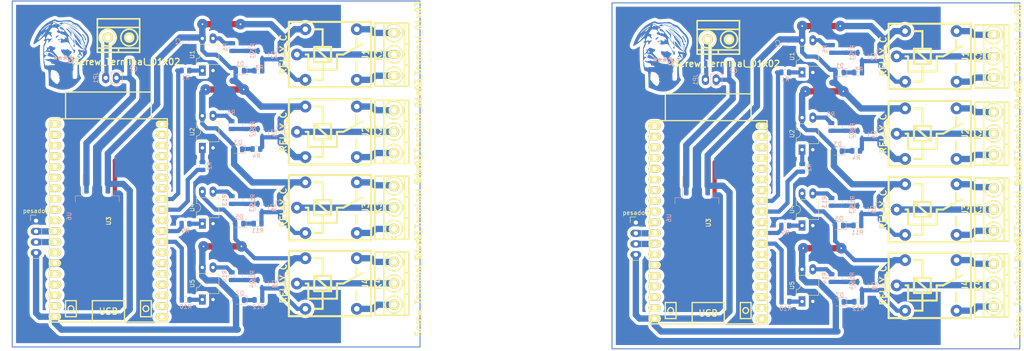
<source format=kicad_pcb>
(kicad_pcb (version 20241229) (generator "pcbnew") (generator_version "9.0")
  (layers (0 "F.Cu" signal) (2 "B.Cu" signal) (13 "F.Paste" user) (15 "B.Paste" user) (5 "F.SilkS" user "F.Silkscreen") (7 "B.SilkS" user "B.Silkscreen") (1 "F.Mask" user) (3 "B.Mask" user) (25 "Edge.Cuts" user))
  (net 0 "")
  (net 1 "+5V")
  (net 2 "Net-(D2-A)")
  (net 3 "GND")
  (net 4 "Net-(D4-A)")
  (net 5 "Net-(D6-A)")
  (net 6 "Net-(D8-A)")
  (net 7 "/COM2")
  (net 8 "/NC2")
  (net 9 "/NO2")
  (net 10 "/COM1")
  (net 11 "/NC1")
  (net 12 "/NO1")
  (net 13 "/COM4")
  (net 14 "/NC4")
  (net 15 "/NO4")
  (net 16 "/COM3")
  (net 17 "/NC3")
  (net 18 "/NO3")
  (net 19 "VCC")
  (net 20 "Net-(Q1-G)")
  (net 21 "Net-(Q2-G)")
  (net 22 "Net-(Q3-G)")
  (net 23 "Net-(Q4-G)")
  (net 24 "/IN2")
  (net 25 "Net-(R1-Pad2)")
  (net 26 "/IN1")
  (net 27 "/IN4")
  (net 28 "/IN3")
  (net 54 "Net-(R5-Pad1)")
  (net 57 "/S2")
  (net 58 "/S1")
  (net 59 "Net-(J5-Pin_1)")
  (net 60 "Net-(D1-K)")
  (net 61 "Net-(D3-K)")
  (net 62 "Net-(D5-K)")
  (net 63 "Net-(D7-K)")
  (net 64 "Net-(R9-Pad2)")
  (net 67 "Net-(R2-Pad2)")
  (net 68 "Net-(R6-Pad1)")
  (net 69 "Net-(R10-Pad2)")
  (net 70 "Net-(R13-Pad1)")
  (net 71 "Net-(R14-Pad1)")
  (footprint "EESTN5:DIP-4_PC817" (layer "F.Cu") (at 66.96 76.00125 90)
    (property "Reference" "U1")
    (property "Value" "PC817" (hide yes))
  )
  (footprint "EESTN5:DIP-4_PC817" (layer "F.Cu") (at 209.14 94.792 90)
    (property "Reference" "U2")
    (property "Value" "PC817" (hide yes))
  )
  (footprint "EESTN5:BORNERA3_AZUL" (layer "F.Cu") (at 254.55625 90.93875 90)
    (property "Reference" "J2")
    (property "Value" "Screw_Terminal_01x03")
  )
  (footprint "EESTN5:DIP-4_PC817" (layer "F.Cu") (at 66.96 112.36 90)
    (property "Reference" "U4")
    (property "Value" "PC817" (hide yes))
  )
  (footprint "EESTN5:Relay_C" (layer "F.Cu") (at 239.66 72.64125 90)
    (property "Reference" "K1")
    (property "Value" "RELAY_C")
  )
  (footprint "EESTN5:Relay_C" (layer "F.Cu") (at 97.48 90.552 90)
    (property "Reference" "K2")
    (property "Value" "RELAY_C")
  )
  (footprint "EESTN5:Relay_C" (layer "F.Cu") (at 97.48 72.20125 90)
    (property "Reference" "K1")
    (property "Value" "RELAY_C")
  )
  (footprint "EESTN5:BORNERA3_AZUL" (layer "F.Cu") (at 112.37625 126.51475 90)
    (property "Reference" "J4")
    (property "Value" "Screw_Terminal_01x03")
  )
  (footprint "EESTN5:DIP-4_PC817" (layer "F.Cu") (at 66.96 130.368 90)
    (property "Reference" "U5")
    (property "Value" "PC817" (hide yes))
  )
  (footprint "EESTN5:BORNERA3_AZUL" (layer "F.Cu") (at 254.55625 108.94675 90)
    (property "Reference" "J3")
    (property "Value" "Screw_Terminal_01x03")
  )
  (footprint "EESTN5:Relay_C" (layer "F.Cu") (at 239.66 109 90)
    (property "Reference" "K3")
    (property "Value" "RELAY_C")
  )
  (footprint "EESTN5:ESP32_DEVKITC" (layer "F.Cu") (at 186.88 112.02 -90)
    (property "Reference" "U3")
    (property "Value" "ESP32_DEVKITC" (hide yes))
  )
  (footprint "EESTN5:BORNERA3_AZUL" (layer "F.Cu") (at 254.55625 126.95475 90)
    (property "Reference" "J4")
    (property "Value" "Screw_Terminal_01x03")
  )
  (footprint "EESTN5:Relay_C" (layer "F.Cu") (at 97.48 126.568 90)
    (property "Reference" "K4")
    (property "Value" "RELAY_C")
  )
  (footprint "EESTN5:Relay_C" (layer "F.Cu") (at 239.66 90.992 90)
    (property "Reference" "K2")
    (property "Value" "RELAY_C")
  )
  (footprint "EESTN5:BORNERA3_AZUL" (layer "F.Cu") (at 112.37625 108.50675 90)
    (property "Reference" "J3")
    (property "Value" "Screw_Terminal_01x03")
  )
  (footprint "EESTN5:BORNERA2_AZUL" (layer "F.Cu") (at 47.09 68.17)
    (property "Reference" "J5" (hide yes))
    (property "Value" "Screw_Terminal_01x02")
  )
  (footprint "EESTN5:Relay_C" (layer "F.Cu") (at 97.48 108.56 90)
    (property "Reference" "K3")
    (property "Value" "RELAY_C")
  )
  (footprint "EESTN5:DIP-4_PC817" (layer "F.Cu") (at 66.96 94.352 90)
    (property "Reference" "U2")
    (property "Value" "PC817" (hide yes))
  )
  (footprint "EESTN5:DIP-4_PC817" (layer "F.Cu") (at 209.14 76.44125 90)
    (property "Reference" "U1")
    (property "Value" "PC817" (hide yes))
  )
  (footprint "EESTN5:DIP-4_PC817" (layer "F.Cu") (at 209.14 130.808 90)
    (property "Reference" "U5")
    (property "Value" "PC817" (hide yes))
  )
  (footprint "Connector_PinHeader_2.54mm:PinHeader_1x04_P2.54mm_Vertical" (layer "F.Cu") (at 169.73 112.09)
    (property "Reference" "pesado1")
    (property "Value" "Screw_Terminal_01x04")
  )
  (footprint "EESTN5:BORNERA3_AZUL" (layer "F.Cu") (at 254.55625 72.588 90)
    (property "Reference" "J1")
    (property "Value" "Screw_Terminal_01x03")
  )
  (footprint "EESTN5:BORNERA3_AZUL" (layer "F.Cu") (at 112.37625 72.148 90)
    (property "Reference" "J1")
    (property "Value" "Screw_Terminal_01x03")
  )
  (footprint "EESTN5:ESP32_DEVKITC" (layer "F.Cu") (at 44.7 111.58 -90)
    (property "Reference" "U3")
    (property "Value" "ESP32_DEVKITC" (hide yes))
  )
  (footprint "EESTN5:DIP-4_PC817" (layer "F.Cu") (at 209.14 112.8 90)
    (property "Reference" "U4")
    (property "Value" "PC817" (hide yes))
  )
  (footprint "Connector_PinHeader_2.54mm:PinHeader_1x04_P2.54mm_Vertical" (layer "F.Cu") (at 27.55 111.65)
    (property "Reference" "pesado1")
    (property "Value" "Screw_Terminal_01x04")
  )
  (footprint "EESTN5:Relay_C" (layer "F.Cu") (at 239.66 127.008 90)
    (property "Reference" "K4")
    (property "Value" "RELAY_C")
  )
  (footprint "EESTN5:BORNERA3_AZUL" (layer "F.Cu") (at 112.37625 90.49875 90)
    (property "Reference" "J2")
    (property "Value" "Screw_Terminal_01x03")
  )
  (footprint "EESTN5:BORNERA2_AZUL" (layer "F.Cu") (at 189.27 68.61)
    (property "Reference" "J5" (hide yes))
    (property "Value" "Screw_Terminal_01x02")
  )
  (footprint "Library:alaisonmi" (layer "B.Cu") (at 176.201556 73.94 180)
    (property "Reference" "G***")
    (property "Value" "LOGO" (hide yes))
  )
  (footprint "Diode_SMD:D_0805_2012Metric" (layer "B.Cu") (at 85.54 72.298 -90)
    (property "Reference" "D2")
    (property "Value" "D")
  )
  (footprint "Capacitor_SMD:C_0805_2012Metric" (layer "B.Cu") (at 205.08 69.65 -90)
    (property "Reference" "C1")
    (property "Value" "u0.1")
  )
  (footprint "Resistor_SMD:R_0805_2012Metric" (layer "B.Cu") (at 79.775 94.63)
    (property "Reference" "R4")
    (property "Value" "510")
  )
  (footprint "Package_TO_SOT_SMD:SOT-23" (layer "B.Cu") (at 81.13 90.7955 -90)
    (property "Reference" "Q2")
    (property "Value" "2N7002")
  )
  (footprint "Resistor_SMD:R_0805_2012Metric" (layer "B.Cu") (at 216.11 125.2655 -90)
    (property "Reference" "R14")
    (property "Value" "510")
  )
  (footprint "Resistor_SMD:R_0805_2012Metric" (layer "B.Cu") (at 73.93 124.8255 -90)
    (property "Reference" "R14")
    (property "Value" "510")
  )
  (footprint "Resistor_SMD:R_0805_2012Metric" (layer "B.Cu") (at 62.9625 112.378)
    (property "Reference" "R9")
    (property "Value" "1k")
  )
  (footprint "Package_TO_SOT_SMD:SOT-23" (layer "B.Cu") (at 223.31 72.718 -90)
    (property "Reference" "Q1")
    (property "Value" "2N7002")
  )
  (footprint "Resistor_SMD:R_0805_2012Metric" (layer "B.Cu") (at 219.36 125.2655 90)
    (property "Reference" "R16")
    (property "Value" "1K")
  )
  (footprint "Package_TO_SOT_SMD:SOT-23" (layer "B.Cu") (at 81.13 72.278 -90)
    (property "Reference" "Q1")
    (property "Value" "2N7002")
  )
  (footprint "Resistor_SMD:R_0805_2012Metric" (layer "B.Cu") (at 216.06 89.3855 -90)
    (property "Reference" "R6")
    (property "Value" "510")
  )
  (footprint "Package_TO_SOT_SMD:SOT-23" (layer "B.Cu") (at 223.26 127.1155 -90)
    (property "Reference" "Q4")
    (property "Value" "2N7002")
  )
  (footprint "LED_SMD:LED_0805_2012Metric" (layer "B.Cu") (at 75.4325 94.7 180)
    (property "Reference" "D3")
    (property "Value" "LED")
  )
  (footprint "Resistor_SMD:R_0805_2012Metric" (layer "B.Cu") (at 77.29 88.9455 90)
    (property "Reference" "R8")
    (property "Value" "1K")
  )
  (footprint "LED_SMD:LED_0805_2012Metric" (layer "B.Cu") (at 218.06 76.48 180)
    (property "Reference" "D1")
    (property "Value" "LED")
  )
  (footprint "Resistor_SMD:R_0805_2012Metric" (layer "B.Cu") (at 63.01 130.418)
    (property "Reference" "R10")
    (property "Value" "1k")
  )
  (footprint "Diode_SMD:D_0805_2012Metric" (layer "B.Cu") (at 227.57 109.02 -90)
    (property "Reference" "D6")
    (property "Value" "D")
  )
  (footprint "Resistor_SMD:R_0805_2012Metric" (layer "B.Cu") (at 73.93 106.73 -90)
    (property "Reference" "R13")
    (property "Value" "510")
  )
  (footprint "Diode_SMD:D_0805_2012Metric" (layer "B.Cu") (at 227.72 91.2555 -90)
    (property "Reference" "D4")
    (property "Value" "D")
  )
  (footprint "Resistor_SMD:R_0805_2012Metric" (layer "B.Cu") (at 222.25 112.77)
    (property "Reference" "R11")
    (property "Value" "510")
  )
  (footprint "Resistor_SMD:R_0805_2012Metric" (layer "B.Cu") (at 216.11 107.17 -90)
    (property "Reference" "R13")
    (property "Value" "510")
  )
  (footprint "Package_TO_SOT_SMD:SOT-23" (layer "B.Cu") (at 223.31 91.2355 -90)
    (property "Reference" "Q2")
    (property "Value" "2N7002")
  )
  (footprint "Resistor_SMD:R_0805_2012Metric" (layer "B.Cu") (at 73.88 88.9455 -90)
    (property "Reference" "R6")
    (property "Value" "510")
  )
  (footprint "LED_SMD:LED_0805_2012Metric" (layer "B.Cu") (at 217.6125 95.14 180)
    (property "Reference" "D3")
    (property "Value" "LED")
  )
  (footprint "Resistor_SMD:R_0805_2012Metric" (layer "B.Cu") (at 216.23 70.868 -90)
    (property "Reference" "R5")
    (property "Value" "510")
  )
  (footprint "LED_SMD:LED_0805_2012Metric" (layer "B.Cu") (at 75.8925 130.49 180)
    (property "Reference" "D7")
    (property "Value" "LED")
  )
  (footprint "Resistor_SMD:R_0805_2012Metric" (layer "B.Cu") (at 205.1425 112.818)
    (property "Reference" "R9")
    (property "Value" "1k")
  )
  (footprint "Package_TO_SOT_SMD:SOT-23" (layer "B.Cu") (at 81.08 126.6755 -90)
    (property "Reference" "Q4")
    (property "Value" "2N7002")
  )
  (footprint "Capacitor_SMD:C_0805_2012Metric" (layer "B.Cu") (at 62.9 69.21 -90)
    (property "Reference" "C1")
    (property "Value" "u0.1")
  )
  (footprint "Diode_SMD:D_0805_2012Metric" (layer "B.Cu") (at 85.54 90.8155 -90)
    (property "Reference" "D4")
    (property "Value" "D")
  )
  (footprint "Resistor_SMD:R_0805_2012Metric" (layer "B.Cu") (at 205.19 130.858)
    (property "Reference" "R10")
    (property "Value" "1k")
  )
  (footprint "Capacitor_SMD:C_0805_2012Metric" (layer "B.Cu") (at 50.66 73.96)
    (property "Reference" "C2")
    (property "Value" "u0.1")
  )
  (footprint "Resistor_SMD:R_0805_2012Metric" (layer "B.Cu") (at 219.47 107.17 90)
    (property "Reference" "R15")
    (property "Value" "1K")
  )
  (footprint "LED_SMD:LED_0805_2012Metric" (layer "B.Cu") (at 217.9025 112.78 180)
    (property "Reference" "D5")
    (property "Value" "LED")
  )
  (footprint "Resistor_SMD:R_0805_2012Metric" (layer "B.Cu") (at 77.29 106.73 90)
    (property "Reference" "R15")
    (property "Value" "1K")
  )
  (footprint "Diode_SMD:D_0805_2012Metric" (layer "B.Cu") (at 227.91 127.1155 -90)
    (property "Reference" "D8")
    (property "Value" "D")
  )
  (footprint "Diode_SMD:D_0805_2012Metric" (layer "B.Cu") (at 85.73 126.6755 -90)
    (property "Reference" "D8")
    (property "Value" "D")
  )
  (footprint "Package_TO_SOT_SMD:TO-263-2" (layer "B.Cu") (at 184.215 111.005 -90)
    (property "Reference" "U6")
    (property "Value" "LM7805_TO220")
  )
  (footprint "Resistor_SMD:R_0805_2012Metric" (layer "B.Cu") (at 209.18 99.1025 90)
    (property "Reference" "R2")
    (property "Value" "1k")
  )
  (footprint "Connector_PinHeader_2.54mm:PinHeader_1x02_P2.54mm_Vertical" (layer "B.Cu") (at 44.055 77.75 -90)
    (property "Reference" "JP1")
    (property "Value" "Jumper_2_Bridged")
  )
  (footprint "Resistor_SMD:R_0805_2012Metric" (layer "B.Cu") (at 222.4225 76.47)
    (property "Reference" "R3")
    (property "Value" "510")
  )
  (footprint "Resistor_SMD:R_0805_2012Metric" (layer "B.Cu") (at 62.96 76.00125)
    (property "Reference" "R1")
    (property "Value" "1k")
  )
  (footprint "Resistor_SMD:R_0805_2012Metric" (layer "B.Cu") (at 222.435 130.9)
    (property "Reference" "R12")
    (property "Value" "510")
  )
  (footprint "Resistor_SMD:R_0805_2012Metric" (layer "B.Cu") (at 67 98.6625 90)
    (property "Reference" "R2")
    (property "Value" "1k")
  )
  (footprint "LED_SMD:LED_0805_2012Metric" (layer "B.Cu") (at 218.0725 130.93 180)
    (property "Reference" "D7")
    (property "Value" "LED")
  )
  (footprint "Resistor_SMD:R_0805_2012Metric" (layer "B.Cu") (at 80.2425 76.03)
    (property "Reference" "R3")
    (property "Value" "510")
  )
  (footprint "Resistor_SMD:R_0805_2012Metric" (layer "B.Cu") (at 80.255 130.46)
    (property "Reference" "R12")
    (property "Value" "510")
  )
  (footprint "Diode_SMD:D_0805_2012Metric" (layer "B.Cu") (at 85.39 108.58 -90)
    (property "Reference" "D6")
    (property "Value" "D")
  )
  (footprint "Library:alaisonmi" (layer "B.Cu") (at 34.021556 73.5 180)
    (property "Reference" "G***")
    (property "Value" "LOGO" (hide yes))
  )
  (footprint "Capacitor_SMD:C_0805_2012Metric" (layer "B.Cu") (at 192.84 74.4)
    (property "Reference" "C2")
    (property "Value" "u0.1")
  )
  (footprint "Package_TO_SOT_SMD:TO-263-2" (layer "B.Cu") (at 42.035 110.565 -90)
    (property "Reference" "U6")
    (property "Value" "LM7805_TO220")
  )
  (footprint "Resistor_SMD:R_0805_2012Metric" (layer "B.Cu") (at 77.18 124.8255 90)
    (property "Reference" "R16")
    (property "Value" "1K")
  )
  (footprint "Connector_PinHeader_2.54mm:PinHeader_1x02_P2.54mm_Vertical" (layer "B.Cu") (at 186.235 78.19 -90)
    (property "Reference" "JP1")
    (property "Value" "Jumper_2_Bridged")
  )
  (footprint "LED_SMD:LED_0805_2012Metric" (layer "B.Cu") (at 75.88 76.04 180)
    (property "Reference" "D1")
    (property "Value" "LED")
  )
  (footprint "Resistor_SMD:R_0805_2012Metric" (layer "B.Cu") (at 77.29 70.428 90)
    (property "Reference" "R7")
    (property "Value" "1K")
  )
  (footprint "Resistor_SMD:R_0805_2012Metric" (layer "B.Cu") (at 205.14 76.44125)
    (property "Reference" "R1")
    (property "Value" "1k")
  )
  (footprint "Diode_SMD:D_0805_2012Metric" (layer "B.Cu") (at 227.72 72.738 -90)
    (property "Reference" "D2")
    (property "Value" "D")
  )
  (footprint "Package_TO_SOT_SMD:SOT-23" (layer "B.Cu") (at 223.26 109.02 -90)
    (property "Reference" "Q3")
    (property "Value" "2N7002")
  )
  (footprint "LED_SMD:LED_0805_2012Metric" (layer "B.Cu") (at 75.7225 112.34 180)
    (property "Reference" "D5")
    (property "Value" "LED")
  )
  (footprint "Resistor_SMD:R_0805_2012Metric" (layer "B.Cu") (at 221.955 95.07)
    (property "Reference" "R4")
    (property "Value" "510")
  )
  (footprint "Resistor_SMD:R_0805_2012Metric" (layer "B.Cu") (at 219.47 89.3855 90)
    (property "Reference" "R8")
    (property "Value" "1K")
  )
  (footprint "Package_TO_SOT_SMD:SOT-23" (layer "B.Cu") (at 81.08 108.58 -90)
    (property "Reference" "Q3")
    (property "Value" "2N7002")
  )
  (footprint "Resistor_SMD:R_0805_2012Metric" (layer "B.Cu") (at 74.05 70.428 -90)
    (property "Reference" "R5")
    (property "Value" "510")
  )
  (footprint "Resistor_SMD:R_0805_2012Metric" (layer "B.Cu") (at 219.47 70.868 90)
    (property "Reference" "R7")
    (property "Value" "1K")
  )
  (footprint "Resistor_SMD:R_0805_2012Metric" (layer "B.Cu") (at 80.07 112.33)
    (property "Reference" "R11")
    (property "Value" "510")
  )
  (gr_rect (start 164.08 59.94) (end 260.75 142.06) (stroke (width 0.2)) (fill no) (layer "B.Cu"))
  (gr_rect (start 21.9 59.5) (end 118.57 141.62) (stroke (width 0.2)) (fill no) (layer "B.Cu"))
  (segment (start 218.93 80.94) (end 209.93 80.94) (width 1.5) (layer "F.Cu") (net 1))
  (segment (start 76.75 80.5) (end 67.75 80.5) (width 1.5) (layer "F.Cu") (net 1))
  (segment (start 218.18 65.44) (end 209.18 65.44) (width 1.5) (layer "F.Cu") (net 1))
  (segment (start 76.25 117.75) (end 67.25 117.75) (width 1.5) (layer "F.Cu") (net 1))
  (segment (start 218.43 118.19) (end 209.43 118.19) (width 1.5) (layer "F.Cu") (net 1))
  (segment (start 76 65) (end 67 65) (width 1.5) (layer "F.Cu") (net 1))
  (via (at 209.93 80.94) (size 2.5) (drill 0.4) (layers "F.Cu" "B.Cu") (net 1))
  (via (at 209.43 118.19) (size 2.5) (drill 0.4) (layers "F.Cu" "B.Cu") (net 1))
  (via (at 67.25 117.75) (size 2.5) (drill 0.4) (layers "F.Cu" "B.Cu") (net 1))
  (via (at 218.43 118.19) (size 2.5) (drill 0.4) (layers "F.Cu" "B.Cu") (net 1))
  (via (at 76 65) (size 2.5) (drill 0.4) (layers "F.Cu" "B.Cu") (net 1))
  (via (at 218.18 65.44) (size 2.5) (drill 0.4) (layers "F.Cu" "B.Cu") (net 1))
  (via (at 218.93 80.94) (size 2.5) (drill 0.4) (layers "F.Cu" "B.Cu") (net 1))
  (via (at 76.75 80.5) (size 2.5) (drill 0.4) (layers "F.Cu" "B.Cu") (net 1))
  (via (at 67 65) (size 2.5) (drill 0.4) (layers "F.Cu" "B.Cu") (net 1))
  (via (at 209.18 65.44) (size 2.5) (drill 0.4) (layers "F.Cu" "B.Cu") (net 1))
  (via (at 67.75 80.5) (size 2.5) (drill 0.4) (layers "F.Cu" "B.Cu") (net 1))
  (via (at 76.25 117.75) (size 2.5) (drill 0.4) (layers "F.Cu" "B.Cu") (net 1))
  (segment (start 66.73875 68.16) (end 63.149874 68.16) (width 1.5) (layer "B.Cu") (net 1))
  (segment (start 88.81675 66.20125) (end 91.38 66.20125) (width 1.5) (layer "B.Cu") (net 1))
  (segment (start 74.495 98.215) (end 78.84 102.56) (width 1.5) (layer "B.Cu") (net 1))
  (segment (start 221.02 103) (end 230.628 103) (width 1.5) (layer "B.Cu") (net 1))
  (segment (start 85.54 71.3605) (end 85.54 69.478) (width 1.5) (layer "B.Cu") (net 1))
  (segment (start 227.72 87.91) (end 227.72 90.193) (width 1.5) (layer "B.Cu") (net 1))
  (segment (start 208.91875 68.6) (end 205.329874 68.6) (width 1.5) (layer "B.Cu") (net 1))
  (segment (start 210.218 90.15) (end 212.52 90.15) (width 1) (layer "B.Cu") (net 1))
  (segment (start 233.56 84.992) (end 223.112 84.992) (width 1.5) (layer "B.Cu") (net 1))
  (segment (start 228.814 68.824) (end 230.99675 66.64125) (width 1.5) (layer "B.Cu") (net 1))
  (segment (start 225.43 65.44) (end 228.814 68.824) (width 1.5) (layer "B.Cu") (net 1))
  (segment (start 217.37 79.25) (end 217.01 78.89) (width 1.5) (layer "B.Cu") (net 1))
  (segment (start 209.93 80.94) (end 209.14 81.73) (width 1.5) (layer "B.Cu") (net 1))
  (segment (start 209.14 68.82125) (end 209.14 65.48) (width 1.5) (layer "B.Cu") (net 1))
  (segment (start 49.75 132.71) (end 48.02 134.44) (width 1.5) (layer "B.Cu") (net 1))
  (segment (start 32 135.94) (end 32 134.44) (width 1.5) (layer "B.Cu") (net 1))
  (segment (start 227.72 69.918) (end 228.814 68.824) (width 1.5) (layer "B.Cu") (net 1))
  (segment (start 85.73 123.718) (end 88.88 120.568) (width 1.5) (layer "B.Cu") (net 1))
  (segment (start 223.112 84.992) (end 217.37 79.25) (width 1.5) (layer "B.Cu") (net 1))
  (segment (start 70.114809 109.0075) (end 72.0275 109.0075) (width 1) (layer "B.Cu") (net 1))
  (segment (start 76 65) (end 83.25 65) (width 1.5) (layer "B.Cu") (net 1))
  (segment (start 169.73 119.71) (end 169.73 134.02) (width 1.5) (layer "B.Cu") (net 1))
  (segment (start 70.25 72.25) (end 70.5 72.5) (width 1) (layer "B.Cu") (net 1))
  (segment (start 209.14 71.65) (end 210.18 72.69) (width 1) (layer "B.Cu") (net 1))
  (segment (start 212.93 72.94) (end 215.82 75.83) (width 1) (layer "B.Cu") (net 1))
  (segment (start 215.82 75.83) (end 217.01 75.83) (width 1) (layer "B.Cu") (net 1))
  (segment (start 28.41 134.44) (end 32 134.44) (width 1.5) (layer "B.Cu") (net 1))
  (segment (start 83.25 65) (end 86.634 68.384) (width 1.5) (layer "B.Cu") (net 1))
  (segment (start 88.458 84.552) (end 85.54 87.47) (width 1.5) (layer "B.Cu") (net 1))
  (segment (start 174.18 136.38) (end 174.18 134.88) (width 1.5) (layer "B.Cu") (net 1))
  (segment (start 85.39 105.618) (end 88.448 102.56) (width 1.5) (layer "B.Cu") (net 1))
  (segment (start 209.14 87.172) (end 209.14 89.072) (width 1) (layer "B.Cu") (net 1))
  (segment (start 74.83 75.39) (end 74.83 78.45) (width 1) (layer "B.Cu") (net 1))
  (segment (start 79.338 120.568) (end 91.38 120.568) (width 1) (layer "B.Cu") (net 1))
  (segment (start 67.75 80.5) (end 66.96 81.29) (width 1.5) (layer "B.Cu") (net 1))
  (segment (start 210.19 126.27) (end 213.01 126.27) (width 1.5) (layer "B.Cu") (net 1))
  (segment (start 212.68 72.94) (end 212.93 72.94) (width 1) (layer "B.Cu") (net 1))
  (segment (start 49.75 104.5) (end 49.75 132.71) (width 1.5) (layer "B.Cu") (net 1))
  (segment (start 216.675 95.14) (end 216.675 98.655) (width 1.5) (layer "B.Cu") (net 1))
  (segment (start 190.2 134.88) (end 174.18 134.88) (width 1.5) (layer "B.Cu") (net 1))
  (segment (start 227.57 106.058) (end 230.628 103) (width 1.5) (layer "B.Cu") (net 1))
  (segment (start 70.75 72.5) (end 73.64 75.39) (width 1) (layer "B.Cu") (net 1))
  (segment (start 66.96 65.04) (end 67 65) (width 1.5) (layer "B.Cu") (net 1))
  (segment (start 27.55 119.27) (end 27.55 133.58) (width 1.5) (layer "B.Cu") (net 1))
  (segment (start 209.14 105.18) (end 209.14 106.292691) (width 1) (layer "B.Cu") (net 1))
  (segment (start 227.91 126.178) (end 227.91 124.158) (width 1.5) (layer "B.Cu") (net 1))
  (segment (start 230.99675 66.64125) (end 233.56 66.64125) (width 1.5) (layer "B.Cu") (net 1))
  (segment (start 78.84 102.56) (end 88.448 102.56) (width 1.5) (layer "B.Cu") (net 1))
  (segment (start 209.14 118.48) (end 209.14 123.188) (width 1.5) (layer "B.Cu") (net 1))
  (segment (start 216.55 94.18) (end 216.55 95.14) (width 1) (layer "B.Cu") (net 1))
  (segment (start 74.785 116.015) (end 79.338 120.568) (width 1) (layer "B.Cu") (net 1))
  (segment (start 190.345 103.355) (end 191.93 104.94) (width 1.5) (layer "B.Cu") (net 1))
  (segment (start 212.52 90.15) (end 216.55 94.18) (width 1) (layer "B.Cu") (net 1))
  (segment (start 191.93 104.94) (end 191.93 133.15) (width 1.5) (layer "B.Cu") (net 1))
  (segment (start 216.965 112.78) (end 216.965 116.455) (width 1) (layer "B.Cu") (net 1))
  (segment (start 33.56 137.5) (end 32 135.94) (width 1.5) (layer "B.Cu") (net 1))
  (segment (start 85.39 107.6425) (end 85.39 105.618) (width 1.5) (layer "B.Cu") (net 1))
  (segment (start 56.25 84) (end 56.25 73.601786) (width 1.5) (layer "B.Cu") (net 1))
  (segment (start 66.96 118.04) (end 66.96 122.748) (width 1.5) (layer "B.Cu") (net 1))
  (segment (start 217.135 130.93) (end 217.135 137.565) (width 1.5) (layer "B.Cu") (net 1))
  (segment (start 70.34 89.71) (end 74.37 93.74) (width 1) (layer "B.Cu") (net 1))
  (segment (start 203.872786 68.599) (end 205.08 68.599) (width 1.5) (layer "B.Cu") (net 1))
  (segment (start 66.96 104.74) (end 66.96 105.852691) (width 1) (layer "B.Cu") (net 1))
  (segment (start 85.54 87.47) (end 85.54 89.753) (width 1.5) (layer "B.Cu") (net 1))
  (segment (start 186.755 103.355) (end 190.345 103.355) (width 1.5) (layer "B.Cu") (net 1))
  (segment (start 44.575 102.915) (end 44.575 95.675) (width 1.5) (layer "B.Cu") (net 1))
  (segment (start 74.37 93.74) (end 74.37 94.7) (width 1) (layer "B.Cu") (net 1))
  (segment (start 209.14 123.188) (end 209.14 125.22) (width 1.5) (layer "B.Cu") (net 1))
  (segment (start 230.628 103) (end 233.56 103) (width 1.5) (layer "B.Cu") (net 1))
  (segment (start 66.96 71.21) (end 68 72.25) (width 1) (layer "B.Cu") (net 1))
  (segment (start 231.06 121.008) (end 233.56 121.008) (width 1.5) (layer "B.Cu") (net 1))
  (segment (start 27.55 133.58) (end 28.41 134.44) (width 1.5) (layer "B.Cu") (net 1))
  (segment (start 210.18 72.69) (end 212.43 72.69) (width 1) (layer "B.Cu") (net 1))
  (segment (start 227.91 124.158) (end 231.06 121.008) (width 1.5) (layer "B.Cu") (net 1))
  (segment (start 216.8525 112.0925) (end 216.8525 112.78) (width 1) (layer "B.Cu") (net 1))
  (segment (start 217.01 130.27) (end 217.01 130.93) (width 1.5) (layer "B.Cu") (net 1))
  (segment (start 66.96 124.78) (end 68.01 125.83) (width 1.5) (layer "B.Cu") (net 1))
  (segment (start 209.14 68.82125) (end 208.91875 68.6) (width 1.5) (layer "B.Cu") (net 1))
  (segment (start 66.96 68.38125) (end 66.96 71.21) (width 1) (layer "B.Cu") (net 1))
  (segment (start 218.18 65.44) (end 225.43 65.44) (width 1.5) (layer "B.Cu") (net 1))
  (segment (start 209.14 68.82125) (end 209.14 71.65) (width 1) (layer "B.Cu") (net 1))
  (segment (start 68.038 89.71) (end 70.34 89.71) (width 1) (layer "B.Cu") (net 1))
  (segment (start 213.01 126.27) (end 217.01 130.27) (width 1.5) (layer "B.Cu") (net 1))
  (segment (start 216.675 98.655) (end 221.02 103) (width 1.5) (layer "B.Cu") (net 1))
  (segment (start 75.19 78.81) (end 74.83 78.45) (width 1.5) (layer "B.Cu") (net 1))
  (segment (start 85.73 125.738) (end 85.73 123.718) (width 1.5) (layer "B.Cu") (net 1))
  (segment (start 217.01 75.83) (end 217.01 78.89) (width 1) (layer "B.Cu") (net 1))
  (segment (start 66.96 68.38125) (end 66.96 65.04) (width 1.5) (layer "B.Cu") (net 1))
  (segment (start 68 72.25) (end 70.25 72.25) (width 1) (layer "B.Cu") (net 1))
  (segment (start 74.83 129.83) (end 74.83 130.49) (width 1.5) (layer "B.Cu") (net 1))
  (segment (start 85.54 69.478) (end 86.634 68.384) (width 1.5) (layer "B.Cu") (net 1))
  (segment (start 217.51 137.94) (end 175.74 137.94) (width 1.5) (layer "B.Cu") (net 1))
  (segment (start 80.932 84.552) (end 75.19 78.81) (width 1.5) (layer "B.Cu") (net 1))
  (segment (start 66.96 105.852691) (end 70.114809 109.0075) (width 1) (layer "B.Cu") (net 1))
  (segment (start 212.43 72.69) (end 212.68 72.94) (width 1) (layer "B.Cu") (net 1))
  (segment (start 86.634 68.384) (end 88.81675 66.20125) (width 1.5) (layer "B.Cu") (net 1))
  (segment (start 68.01 125.83) (end 70.83 125.83) (width 1.5) (layer "B.Cu") (net 1))
  (segment (start 214.2075 109.4475) (end 216.8525 112.0925) (width 1) (layer "B.Cu") (net 1))
  (segment (start 186.755 96.115) (end 198.43 84.44) (width 1.5) (layer "B.Cu") (net 1))
  (segment (start 73.64 75.39) (end 74.83 75.39) (width 1) (layer "B.Cu") (net 1))
  (segment (start 88.88 120.568) (end 91.38 120.568) (width 1.5) (layer "B.Cu") (net 1))
  (segment (start 209.14 65.48) (end 209.18 65.44) (width 1.5) (layer "B.Cu") (net 1))
  (segment (start 175.74 137.94) (end 174.18 136.38) (width 1.5) (layer "B.Cu") (net 1))
  (segment (start 70.83 125.83) (end 74.83 129.83) (width 1.5) (layer "B.Cu") (net 1))
  (segment (start 191.93 133.15) (end 190.2 134.88) (width 1.5) (layer "B.Cu") (net 1))
  (segment (start 48.02 134.44) (end 32 134.44) (width 1.5) (layer "B.Cu") (net 1))
  (segment (start 44.575 102.915) (end 48.165 102.915) (width 1.5) (layer "B.Cu") (net 1))
  (segment (start 61.692786 68.159) (end 62.9 68.159) (width 1.5) (layer "B.Cu") (net 1))
  (segment (start 66.96 122.748) (end 66.96 124.78) (width 1.5) (layer "B.Cu") (net 1))
  (segment (start 44.575 95.675) (end 56.25 84) (width 1.5) (layer "B.Cu") (net 1))
  (segment (start 75.33 137.5) (end 33.56 137.5) (width 1.5) (layer "B.Cu") (net 1))
  (segment (start 227.72 71.8005) (end 227.72 69.918) (width 1.5) (layer "B.Cu") (net 1))
  (segment (start 227.57 108.0825) (end 227.57 106.058) (width 1.5) (layer "B.Cu") (net 1))
  (segment (start 66.96 68.38125) (end 66.73875 68.16) (width 1.5) (layer "B.Cu") (net 1))
  (segment (start 74.955 137.125) (end 75.33 137.5) (width 1.5) (layer "B.Cu") (net 1))
  (segment (start 186.755 103.355) (end 186.755 96.115) (width 1.5) (layer "B.Cu") (net 1))
  (segment (start 198.43 74.041786) (end 203.872786 68.599) (width 1.5) (layer "B.Cu") (net 1))
  (segment (start 74.495 94.7) (end 74.495 98.215) (width 1.5) (layer "B.Cu") (net 1))
  (segment (start 91.38 84.552) (end 80.932 84.552) (width 1.5) (layer "B.Cu") (net 1))
  (segment (start 209.43 118.19) (end 209.14 118.48) (width 1.5) (layer "B.Cu") (net 1))
  (segment (start 209.14 125.22) (end 210.19 126.27) (width 1.5) (layer "B.Cu") (net 1))
  (segment (start 74.83 78.45) (end 74.127895 78.45) (width 1.5) (layer "B.Cu") (net 1))
  (segment (start 91.38 84.552) (end 88.458 84.552) (width 1.5) (layer "B.Cu") (net 1))
  (segment (start 88.448 102.56) (end 91.38 102.56) (width 1.5) (layer "B.Cu") (net 1))
  (segment (start 66.96 88.632) (end 68.038 89.71) (width 1) (layer "B.Cu") (net 1))
  (segment (start 67.25 117.75) (end 66.96 118.04) (width 1.5) (layer "B.Cu") (net 1))
  (segment (start 230.638 84.992) (end 227.72 87.91) (width 1.5) (layer "B.Cu") (net 1))
  (segment (start 217.01 78.89) (end 216.307895 78.89) (width 1.5) (layer "B.Cu") (net 1))
  (segment (start 170.59 134.88) (end 174.18 134.88) (width 1.5) (layer "B.Cu") (net 1))
  (segment (start 48.165 102.915) (end 49.75 104.5) (width 1.5) (layer "B.Cu") (net 1))
  (segment (start 216.965 116.455) (end 221.518 121.008) (width 1) (layer "B.Cu") (net 1))
  (segment (start 217.135 137.565) (end 217.51 137.94) (width 1.5) (layer "B.Cu") (net 1))
  (segment (start 209.14 89.072) (end 210.218 90.15) (width 1) (layer "B.Cu") (net 1))
  (segment (start 209.14 106.292691) (end 212.294809 109.4475) (width 1) (layer "B.Cu") (net 1))
  (segment (start 209.14 81.73) (end 209.14 87.172) (width 1.5) (layer "B.Cu") (net 1))
  (segment (start 233.56 84.992) (end 230.638 84.992) (width 1.5) (layer "B.Cu") (net 1))
  (segment (start 72.0275 109.0075) (end 74.6725 111.6525) (width 1) (layer "B.Cu") (net 1))
  (segment (start 74.6725 111.6525) (end 74.6725 112.34) (width 1) (layer "B.Cu") (net 1))
  (segment (start 66.96 86.732) (end 66.96 88.632) (width 1) (layer "B.Cu") (net 1))
  (segment (start 74.785 112.34) (end 74.785 116.015) (width 1) (layer "B.Cu") (net 1))
  (segment (start 221.518 121.008) (end 233.56 121.008) (width 1) (layer "B.Cu") (net 1))
  (segment (start 56.25 73.601786) (end 61.692786 68.159) (width 1.5) (layer "B.Cu") (net 1))
  (segment (start 66.96 81.29) (end 66.96 86.732) (width 1.5) (layer "B.Cu") (net 1))
  (segment (start 169.73 134.02) (end 170.59 134.88) (width 1.5) (layer "B.Cu") (net 1))
  (segment (start 70.5 72.5) (end 70.75 72.5) (width 1) (layer "B.Cu") (net 1))
  (segment (start 212.294809 109.4475) (end 214.2075 109.4475) (width 1) (layer "B.Cu") (net 1))
  (segment (start 198.43 84.44) (end 198.43 74.041786) (width 1.5) (layer "B.Cu") (net 1))
  (segment (start 74.955 130.49) (end 74.955 137.125) (width 1.5) (layer "B.Cu") (net 1))
  (segment (start 81.155 73.2405) (end 81.13 73.2155) (width 1) (layer "B.Cu") (net 2))
  (segment (start 223.335 76.47) (end 223.335 73.6805) (width 1) (layer "B.Cu") (net 2))
  (segment (start 223.335 73.6805) (end 223.31 73.6555) (width 1) (layer "B.Cu") (net 2))
  (segment (start 85.54 74.598) (end 89.14325 78.20125) (width 1) (layer "B.Cu") (net 2))
  (segment (start 227.6275 73.768) (end 223.4225 73.768) (width 1) (layer "B.Cu") (net 2))
  (segment (start 81.155 76.03) (end 81.155 73.2405) (width 1) (layer "B.Cu") (net 2))
  (segment (start 85.54 73.2355) (end 85.4475 73.328) (width 1) (layer "B.Cu") (net 2))
  (segment (start 231.32325 78.64125) (end 233.56 78.64125) (width 1) (layer "B.Cu") (net 2))
  (segment (start 223.4225 73.768) (end 223.31 73.6555) (width 1) (layer "B.Cu") (net 2))
  (segment (start 81.2425 73.328) (end 81.13 73.2155) (width 1) (layer "B.Cu") (net 2))
  (segment (start 85.4475 73.328) (end 81.2425 73.328) (width 1) (layer "B.Cu") (net 2))
  (segment (start 85.54 73.2355) (end 85.54 74.598) (width 1) (layer "B.Cu") (net 2))
  (segment (start 227.72 73.6755) (end 227.6275 73.768) (width 1) (layer "B.Cu") (net 2))
  (segment (start 89.14325 78.20125) (end 91.38 78.20125) (width 1) (layer "B.Cu") (net 2))
  (segment (start 227.72 73.6755) (end 227.72 75.038) (width 1) (layer "B.Cu") (net 2))
  (segment (start 227.72 75.038) (end 231.32325 78.64125) (width 1) (layer "B.Cu") (net 2))
  (segment (start 174.18 122.18) (end 179.405 122.18) (width 1) (layer "F.Cu") (net 3))
  (segment (start 37.225 121.74) (end 46.22 112.745) (width 1) (layer "F.Cu") (net 3))
  (segment (start 32 121.74) (end 37.225 121.74) (width 1) (layer "F.Cu") (net 3))
  (segment (start 197.08 89.16) (end 199.58 89.16) (width 1) (layer "F.Cu") (net 3))
  (segment (start 46.22 112.745) (end 46.22 97.4) (width 1) (layer "F.Cu") (net 3))
  (segment (start 179.405 122.18) (end 188.4 113.185) (width 1) (layer "F.Cu") (net 3))
  (segment (start 46.22 97.4) (end 54.9 88.72) (width 1) (layer "F.Cu") (net 3))
  (segment (start 188.4 113.185) (end 188.4 97.84) (width 1) (layer "F.Cu") (net 3))
  (segment (start 188.4 97.84) (end 197.08 89.16) (width 1) (layer "F.Cu") (net 3))
  (segment (start 54.9 88.72) (end 57.4 88.72) (width 1) (layer "F.Cu") (net 3))
  (segment (start 91.38 96.552) (end 88.974 96.552) (width 1.5) (layer "B.Cu") (net 4))
  (segment (start 81.2425 91.8455) (end 85.4475 91.8455) (width 1) (layer "B.Cu") (net 4))
  (segment (start 85.54 93.118) (end 85.54 91.753) (width 1.5) (layer "B.Cu") (net 4))
  (segment (start 81.13 94.1875) (end 80.6875 94.63) (width 1) (layer "B.Cu") (net 4))
  (segment (start 223.31 92.173) (end 223.4225 92.2855) (width 1) (layer "B.Cu") (net 4))
  (segment (start 231.154 96.992) (end 227.72 93.558) (width 1.5) (layer "B.Cu") (net 4))
  (segment (start 223.31 92.173) (end 223.31 94.6275) (width 1) (layer "B.Cu") (net 4))
  (segment (start 88.974 96.552) (end 85.54 93.118) (width 1.5) (layer "B.Cu") (net 4))
  (segment (start 81.13 91.733) (end 81.2425 91.8455) (width 1) (layer "B.Cu") (net 4))
  (segment (start 233.56 96.992) (end 231.154 96.992) (width 1.5) (layer "B.Cu") (net 4))
  (segment (start 223.31 94.6275) (end 222.8675 95.07) (width 1) (layer "B.Cu") (net 4))
  (segment (start 227.72 93.558) (end 227.72 92.193) (width 1.5) (layer "B.Cu") (net 4))
  (segment (start 227.6275 92.2855) (end 227.72 92.193) (width 1) (layer "B.Cu") (net 4))
  (segment (start 81.13 91.733) (end 81.13 94.1875) (width 1) (layer "B.Cu") (net 4))
  (segment (start 223.4225 92.2855) (end 227.6275 92.2855) (width 1) (layer "B.Cu") (net 4))
  (segment (start 85.4475 91.8455) (end 85.54 91.753) (width 1) (layer "B.Cu") (net 4))
  (segment (start 223.1625 110.055) (end 223.26 109.9575) (width 1) (layer "B.Cu") (net 5))
  (segment (start 85.39 109.5175) (end 85.39 111.018) (width 1) (layer "B.Cu") (net 5))
  (segment (start 85.2775 109.63) (end 85.39 109.5175) (width 1) (layer "B.Cu") (net 5))
  (segment (start 88.932 114.56) (end 91.38 114.56) (width 1) (layer "B.Cu") (net 5))
  (segment (start 85.39 111.018) (end 88.932 114.56) (width 1) (layer "B.Cu") (net 5))
  (segment (start 81.1925 109.63) (end 85.2775 109.63) (width 1) (layer "B.Cu") (net 5))
  (segment (start 231.112 115) (end 233.56 115) (width 1) (layer "B.Cu") (net 5))
  (segment (start 223.26 109.9575) (end 223.3725 110.07) (width 1) (layer "B.Cu") (net 5))
  (segment (start 223.3725 110.07) (end 227.4575 110.07) (width 1) (layer "B.Cu") (net 5))
  (segment (start 227.57 109.9575) (end 227.57 111.458) (width 1) (layer "B.Cu") (net 5))
  (segment (start 227.4575 110.07) (end 227.57 109.9575) (width 1) (layer "B.Cu") (net 5))
  (segment (start 227.57 111.458) (end 231.112 115) (width 1) (layer "B.Cu") (net 5))
  (segment (start 80.9825 112.33) (end 80.9825 109.615) (width 1) (layer "B.Cu") (net 5))
  (segment (start 80.9825 109.615) (end 81.08 109.5175) (width 1) (layer "B.Cu") (net 5))
  (segment (start 81.08 109.5175) (end 81.1925 109.63) (width 1) (layer "B.Cu") (net 5))
  (segment (start 223.1625 112.77) (end 223.1625 110.055) (width 1) (layer "B.Cu") (net 5))
  (segment (start 81.1925 127.7255) (end 85.6175 127.7255) (width 1) (layer "B.Cu") (net 6))
  (segment (start 81.1675 127.7005) (end 81.08 127.613) (width 1) (layer "B.Cu") (net 6))
  (segment (start 223.3475 130.9) (end 223.3475 128.1405) (width 1) (layer "B.Cu") (net 6))
  (segment (start 81.1675 130.46) (end 81.1675 127.7005) (width 1) (layer "B.Cu") (net 6))
  (segment (start 89.48 132.568) (end 91.38 132.568) (width 1) (layer "B.Cu") (net 6))
  (segment (start 227.7975 128.1655) (end 227.91 128.053) (width 1) (layer "B.Cu") (net 6))
  (segment (start 223.26 128.053) (end 223.3725 128.1655) (width 1) (layer "B.Cu") (net 6))
  (segment (start 85.73 127.613) (end 85.73 128.818) (width 1) (layer "B.Cu") (net 6))
  (segment (start 231.66 133.008) (end 233.56 133.008) (width 1) (layer "B.Cu") (net 6))
  (segment (start 223.3725 128.1655) (end 227.7975 128.1655) (width 1) (layer "B.Cu") (net 6))
  (segment (start 81.08 127.613) (end 81.1925 127.7255) (width 1) (layer "B.Cu") (net 6))
  (segment (start 85.73 128.818) (end 89.48 132.568) (width 1) (layer "B.Cu") (net 6))
  (segment (start 223.3475 128.1405) (end 223.26 128.053) (width 1) (layer "B.Cu") (net 6))
  (segment (start 85.6175 127.7255) (end 85.73 127.613) (width 1) (layer "B.Cu") (net 6))
  (segment (start 227.91 128.053) (end 227.91 129.258) (width 1) (layer "B.Cu") (net 6))
  (segment (start 227.91 129.258) (end 231.66 133.008) (width 1) (layer "B.Cu") (net 6))
  (segment (start 89.38 90.552) (end 112.323 90.552) (width 1.5) (layer "B.Cu") (net 7))
  (segment (start 231.56 90.992) (end 254.503 90.992) (width 1.5) (layer "B.Cu") (net 7))
  (segment (start 112.323 90.552) (end 112.37625 90.49875) (width 1.5) (layer "B.Cu") (net 7))
  (segment (start 254.503 90.992) (end 254.55625 90.93875) (width 1.5) (layer "B.Cu") (net 7))
  (segment (start 107.152 84.552) (end 103.58 84.552) (width 1.5) (layer "B.Cu") (net 8))
  (segment (start 112.37625 85.41875) (end 108.01875 85.41875) (width 1.5) (layer "B.Cu") (net 8))
  (segment (start 254.55625 85.85875) (end 250.19875 85.85875) (width 1.5) (layer "B.Cu") (net 8))
  (segment (start 249.332 84.992) (end 245.76 84.992) (width 1.5) (layer "B.Cu") (net 8))
  (segment (start 250.19875 85.85875) (end 249.332 84.992) (width 1.5) (layer "B.Cu") (net 8))
  (segment (start 108.01875 85.41875) (end 107.152 84.552) (width 1.5) (layer "B.Cu") (net 8))
  (segment (start 107.93125 95.57875) (end 106.958 96.552) (width 1.5) (layer "B.Cu") (net 9))
  (segment (start 112.37625 95.57875) (end 107.93125 95.57875) (width 1.5) (layer "B.Cu") (net 9))
  (segment (start 249.138 96.992) (end 245.76 96.992) (width 1.5) (layer "B.Cu") (net 9))
  (segment (start 106.958 96.552) (end 103.58 96.552) (width 1.5) (layer "B.Cu") (net 9))
  (segment (start 254.55625 96.01875) (end 250.11125 96.01875) (width 1.5) (layer "B.Cu") (net 9))
  (segment (start 250.11125 96.01875) (end 249.138 96.992) (width 1.5) (layer "B.Cu") (net 9))
  (segment (start 231.56 72.64125) (end 254.503 72.64125) (width 1.5) (layer "B.Cu") (net 10))
  (segment (start 254.503 72.64125) (end 254.55625 72.588) (width 1.5) (layer "B.Cu") (net 10))
  (segment (start 112.323 72.20125) (end 112.37625 72.148) (width 1.5) (layer "B.Cu") (net 10))
  (segment (start 89.38 72.20125) (end 112.323 72.20125) (width 1.5) (layer "B.Cu") (net 10))
  (segment (start 254.55625 67.508) (end 249.938 67.508) (width 1.5) (layer "B.Cu") (net 11))
  (segment (start 249.07125 66.64125) (end 245.76 66.64125) (width 1.5) (layer "B.Cu") (net 11))
  (segment (start 249.938 67.508) (end 249.07125 66.64125) (width 1.5) (layer "B.Cu") (net 11))
  (segment (start 106.89125 66.20125) (end 103.58 66.20125) (width 1.5) (layer "B.Cu") (net 11))
  (segment (start 107.758 67.068) (end 106.89125 66.20125) (width 1.5) (layer "B.Cu") (net 11))
  (segment (start 112.37625 67.068) (end 107.758 67.068) (width 1.5) (layer "B.Cu") (net 11))
  (segment (start 106.98875 78.20125) (end 103.58 78.20125) (width 1.5) (layer "B.Cu") (net 12))
  (segment (start 107.962 77.228) (end 106.98875 78.20125) (width 1.5) (layer "B.Cu") (net 12))
  (segment (start 249.16875 78.64125) (end 245.76 78.64125) (width 1.5) (layer "B.Cu") (net 12))
  (segment (start 250.142 77.668) (end 249.16875 78.64125) (width 1.5) (layer "B.Cu") (net 12))
  (segment (start 112.37625 77.228) (end 107.962 77.228) (width 1.5) (layer "B.Cu") (net 12))
  (segment (start 254.55625 77.668) (end 250.142 77.668) (width 1.5) (layer "B.Cu") (net 12))
  (segment (start 254.55625 126.95475) (end 231.61325 126.95475) (width 1.5) (layer "B.Cu") (net 13))
  (segment (start 89.43325 126.51475) (end 89.38 126.568) (width 1.5) (layer "B.Cu") (net 13))
  (segment (start 231.61325 126.95475) (end 231.56 127.008) (width 1.5) (layer "B.Cu") (net 13))
  (segment (start 112.37625 126.51475) (end 89.43325 126.51475) (width 1.5) (layer "B.Cu") (net 13))
  (segment (start 112.37625 121.43475) (end 107.85475 121.43475) (width 1.5) (layer "B.Cu") (net 14))
  (segment (start 106.988 120.568) (end 103.58 120.568) (width 1.5) (layer "B.Cu") (net 14))
  (segment (start 249.168 121.008) (end 245.76 121.008) (width 1.5) (layer "B.Cu") (net 14))
  (segment (start 250.03475 121.87475) (end 249.168 121.008) (width 1.5) (layer "B.Cu") (net 14))
  (segment (start 107.85475 121.43475) (end 106.988 120.568) (width 1.5) (layer "B.Cu") (net 14))
  (segment (start 254.55625 121.87475) (end 250.03475 121.87475) (width 1.5) (layer "B.Cu") (net 14))
  (segment (start 254.55625 132.03475) (end 250.60525 132.03475) (width 1.5) (layer "B.Cu") (net 15))
  (segment (start 250.60525 132.03475) (end 249.632 133.008) (width 1.5) (layer "B.Cu") (net 15))
  (segment (start 108.42525 131.59475) (end 107.452 132.568) (width 1.5) (layer "B.Cu") (net 15))
  (segment (start 249.632 133.008) (end 245.76 133.008) (width 1.5) (layer "B.Cu") (net 15))
  (segment (start 112.37625 131.59475) (end 108.42525 131.59475) (width 1.5) (layer "B.Cu") (net 15))
  (segment (start 107.452 132.568) (end 103.58 132.568) (width 1.5) (layer "B.Cu") (net 15))
  (segment (start 112.323 108.56) (end 112.37625 108.50675) (width 1.5) (layer "B.Cu") (net 16))
  (segment (start 231.56 109) (end 254.503 109) (width 1.5) (layer "B.Cu") (net 16))
  (segment (start 254.503 109) (end 254.55625 108.94675) (width 1.5) (layer "B.Cu") (net 16))
  (segment (start 89.38 108.56) (end 112.323 108.56) (width 1.5) (layer "B.Cu") (net 16))
  (segment (start 107.88 103.24) (end 107.2 102.56) (width 1.5) (layer "B.Cu") (net 17))
  (segment (start 254.55625 103.86675) (end 254.3695 103.68) (width 1.5) (layer "B.Cu") (net 17))
  (segment (start 254.3695 103.68) (end 250.06 103.68) (width 1.5) (layer "B.Cu") (net 17))
  (segment (start 107.2 102.56) (end 103.58 102.56) (width 1.5) (layer "B.Cu") (net 17))
  (segment (start 250.06 103.68) (end 249.38 103) (width 1.5) (layer "B.Cu") (net 17))
  (segment (start 112.37625 103.42675) (end 112.1895 103.24) (width 1.5) (layer "B.Cu") (net 17))
  (segment (start 112.1895 103.24) (end 107.88 103.24) (width 1.5) (layer "B.Cu") (net 17))
  (segment (start 249.38 103) (end 245.76 103) (width 1.5) (layer "B.Cu") (net 17))
  (segment (start 107.06 114.56) (end 103.58 114.56) (width 1.5) (layer "B.Cu") (net 18))
  (segment (start 249.24 115) (end 245.76 115) (width 1.5) (layer "B.Cu") (net 18))
  (segment (start 112.37625 113.58675) (end 112.363 113.6) (width 1.5) (layer "B.Cu") (net 18))
  (segment (start 254.543 114.04) (end 250.2 114.04) (width 1.5) (layer "B.Cu") (net 18))
  (segment (start 250.2 114.04) (end 249.24 115) (width 1.5) (layer "B.Cu") (net 18))
  (segment (start 112.363 113.6) (end 108.02 113.6) (width 1.5) (layer "B.Cu") (net 18))
  (segment (start 108.02 113.6) (end 107.06 114.56) (width 1.5) (layer "B.Cu") (net 18))
  (segment (start 254.55625 114.02675) (end 254.543 114.04) (width 1.5) (layer "B.Cu") (net 18))
  (segment (start 181.675 103.355) (end 181.675 93.695) (width 1.5) (layer "B.Cu") (net 19))
  (segment (start 188.775 78.19) (end 191.865 78.19) (width 1) (layer "B.Cu") (net 19))
  (segment (start 191.865 74.425) (end 191.89 74.4) (width 1) (layer "B.Cu") (net 19))
  (segment (start 50.5 78.565) (end 49.685 77.75) (width 1.5) (layer "B.Cu") (net 19))
  (segment (start 39.495 93.255) (end 50.5 82.25) (width 1.5) (layer "B.Cu") (net 19))
  (segment (start 181.675 93.695) (end 192.68 82.69) (width 1.5) (layer "B.Cu") (net 19))
  (segment (start 192.68 79.005) (end 191.865 78.19) (width 1.5) (layer "B.Cu") (net 19))
  (segment (start 49.685 77.75) (end 49.685 73.985) (width 1) (layer "B.Cu") (net 19))
  (segment (start 50.5 82.25) (end 50.5 78.565) (width 1.5) (layer "B.Cu") (net 19))
  (segment (start 39.495 102.915) (end 39.495 93.255) (width 1.5) (layer "B.Cu") (net 19))
  (segment (start 192.68 82.69) (end 192.68 79.005) (width 1.5) (layer "B.Cu") (net 19))
  (segment (start 191.865 78.19) (end 191.865 74.425) (width 1) (layer "B.Cu") (net 19))
  (segment (start 49.685 73.985) (end 49.71 73.96) (width 1) (layer "B.Cu") (net 19))
  (segment (start 46.595 77.75) (end 49.685 77.75) (width 1) (layer "B.Cu") (net 19))
  (segment (start 80.18 71.3405) (end 77.57 71.3405) (width 1) (layer "B.Cu") (net 20))
  (segment (start 222.36 71.7805) (end 219.75 71.7805) (width 1) (layer "B.Cu") (net 20))
  (segment (start 77.57 71.3405) (end 74.05 71.3405) (width 1) (layer "B.Cu") (net 20))
  (segment (start 219.75 71.7805) (end 216.23 71.7805) (width 1) (layer "B.Cu") (net 20))
  (segment (start 73.88 89.858) (end 77.45 89.858) (width 1) (layer "B.Cu") (net 21))
  (segment (start 222.36 90.298) (end 219.63 90.298) (width 1) (layer "B.Cu") (net 21))
  (segment (start 80.18 89.858) (end 77.45 89.858) (width 1) (layer "B.Cu") (net 21))
  (segment (start 216.06 90.298) (end 219.63 90.298) (width 1) (layer "B.Cu") (net 21))
  (segment (start 216.11 108.0825) (end 219.47 108.0825) (width 1) (layer "B.Cu") (net 22))
  (segment (start 77.29 107.6425) (end 80.13 107.6425) (width 1) (layer "B.Cu") (net 22))
  (segment (start 219.47 108.0825) (end 222.31 108.0825) (width 1) (layer "B.Cu") (net 22))
  (segment (start 73.93 107.6425) (end 77.29 107.6425) (width 1) (layer "B.Cu") (net 22))
  (segment (start 216.11 126.178) (end 219.36 126.178) (width 1) (layer "B.Cu") (net 23))
  (segment (start 73.93 125.738) (end 77.18 125.738) (width 1) (layer "B.Cu") (net 23))
  (segment (start 80.13 125.738) (end 77.18 125.738) (width 1) (layer "B.Cu") (net 23))
  (segment (start 222.31 126.178) (end 219.36 126.178) (width 1) (layer "B.Cu") (net 23))
  (segment (start 205.68 102.3525) (end 205.68 107.44) (width 1) (layer "B.Cu") (net 24))
  (segment (start 61.46 109.04) (end 57.4 109.04) (width 1) (layer "B.Cu") (net 24))
  (segment (start 208.0175 100.015) (end 205.68 102.3525) (width 1) (layer "B.Cu") (net 24))
  (segment (start 63.5 101.9125) (end 63.5 107) (width 1) (layer "B.Cu") (net 24))
  (segment (start 65.8375 99.575) (end 63.5 101.9125) (width 1) (layer "B.Cu") (net 24))
  (segment (start 203.64 109.48) (end 199.58 109.48) (width 1) (layer "B.Cu") (net 24))
  (segment (start 67 99.575) (end 65.8375 99.575) (width 1) (layer "B.Cu") (net 24))
  (segment (start 63.5 107) (end 61.46 109.04) (width 1) (layer "B.Cu") (net 24))
  (segment (start 209.18 100.015) (end 208.0175 100.015) (width 1) (layer "B.Cu") (net 24))
  (segment (start 205.68 107.44) (end 203.64 109.48) (width 1) (layer "B.Cu") (net 24))
  (segment (start 63.8725 76.00125) (end 66.96 76.00125) (width 1) (layer "B.Cu") (net 25))
  (segment (start 206.0525 76.44125) (end 209.14 76.44125) (width 1) (layer "B.Cu") (net 25))
  (segment (start 203.43 105.59) (end 203.43 76.6725) (width 1) (layer "B.Cu") (net 26))
  (segment (start 202.08 106.94) (end 203.43 105.59) (width 1) (layer "B.Cu") (net 26))
  (segment (start 203.19875 76.44125) (end 204.2275 76.44125) (width 1) (layer "B.Cu") (net 26))
  (segment (start 61.25 76.2325) (end 61.01875 76.00125) (width 1) (layer "B.Cu") (net 26))
  (segment (start 61.25 105.15) (end 61.25 76.2325) (width 1) (layer "B.Cu") (net 26))
  (segment (start 203.43 76.6725) (end 203.19875 76.44125) (width 1) (layer "B.Cu") (net 26))
  (segment (start 199.58 106.94) (end 202.08 106.94) (width 1) (layer "B.Cu") (net 26))
  (segment (start 57.4 106.5) (end 59.9 106.5) (width 1) (layer "B.Cu") (net 26))
  (segment (start 59.9 106.5) (end 61.25 105.15) (width 1) (layer "B.Cu") (net 26))
  (segment (start 61.01875 76.00125) (end 62.0475 76.00125) (width 1) (layer "B.Cu") (net 26))
  (segment (start 60.58 116.66) (end 57.4 116.66) (width 1) (layer "B.Cu") (net 27))
  (segment (start 62.0975 118.1775) (end 60.58 116.66) (width 1) (layer "B.Cu") (net 27))
  (segment (start 202.76 117.1) (end 199.58 117.1) (width 1) (layer "B.Cu") (net 27))
  (segment (start 204.2775 130.858) (end 204.2775 118.6175) (width 1) (layer "B.Cu") (net 27))
  (segment (start 204.2775 118.6175) (end 202.76 117.1) (width 1) (layer "B.Cu") (net 27))
  (segment (start 62.0975 130.418) (end 62.0975 118.1775) (width 1) (layer "B.Cu") (net 27))
  (segment (start 203.39 114.56) (end 199.58 114.56) (width 1) (layer "B.Cu") (net 28))
  (segment (start 61.21 114.12) (end 57.4 114.12) (width 1) (layer "B.Cu") (net 28))
  (segment (start 204.23 113.72) (end 203.39 114.56) (width 1) (layer "B.Cu") (net 28))
  (segment (start 62.05 113.28) (end 61.21 114.12) (width 1) (layer "B.Cu") (net 28))
  (segment (start 204.23 112.818) (end 204.23 113.72) (width 1) (layer "B.Cu") (net 28))
  (segment (start 62.05 112.378) (end 62.05 113.28) (width 1) (layer "B.Cu") (net 28))
  (segment (start 72.2255 69.5155) (end 74.05 69.5155) (width 1) (layer "B.Cu") (net 54))
  (segment (start 69.5 68.38125) (end 71.09125 68.38125) (width 1) (layer "B.Cu") (net 54))
  (segment (start 213.27125 68.82125) (end 214.4055 69.9555) (width 1) (layer "B.Cu") (net 54))
  (segment (start 214.4055 69.9555) (end 216.23 69.9555) (width 1) (layer "B.Cu") (net 54))
  (segment (start 71.09125 68.38125) (end 72.2255 69.5155) (width 1) (layer "B.Cu") (net 54))
  (segment (start 211.68 68.82125) (end 213.27125 68.82125) (width 1) (layer "B.Cu") (net 54))
  (segment (start 31.93 114.19) (end 32 114.12) (width 1.5) (layer "B.Cu") (net 57))
  (segment (start 27.55 114.19) (end 31.93 114.19) (width 1.5) (layer "B.Cu") (net 57))
  (segment (start 174.11 114.63) (end 174.18 114.56) (width 1.5) (layer "B.Cu") (net 57))
  (segment (start 169.73 114.63) (end 174.11 114.63) (width 1.5) (layer "B.Cu") (net 57))
  (segment (start 174.11 117.17) (end 174.18 117.1) (width 1.5) (layer "B.Cu") (net 58))
  (segment (start 27.55 116.73) (end 31.93 116.73) (width 1.5) (layer "B.Cu") (net 58))
  (segment (start 31.93 116.73) (end 32 116.66) (width 1.5) (layer "B.Cu") (net 58))
  (segment (start 169.73 117.17) (end 174.11 117.17) (width 1.5) (layer "B.Cu") (net 58))
  (segment (start 186.41 78.015) (end 186.235 78.19) (width 1) (layer "B.Cu") (net 59))
  (segment (start 186.41 68.93) (end 186.41 78.015) (width 1) (layer "B.Cu") (net 59))
  (segment (start 44.23 77.575) (end 44.055 77.75) (width 1) (layer "B.Cu") (net 59))
  (segment (start 44.23 68.49) (end 44.23 77.575) (width 1) (layer "B.Cu") (net 59))
  (segment (start 44.55 68.17) (end 44.23 68.49) (width 1) (layer "B.Cu") (net 59))
  (segment (start 186.73 68.61) (end 186.41 68.93) (width 1) (layer "B.Cu") (net 59))
  (segment (start 79.33 76.03) (end 76.83 76.03) (width 1) (layer "B.Cu") (net 60))
  (segment (start 76.83 76.03) (end 76.83 76.04) (width 1) (layer "B.Cu") (net 60))
  (segment (start 221.51 76.47) (end 219.01 76.47) (width 1) (layer "B.Cu") (net 60))
  (segment (start 219.01 76.47) (end 219.01 76.48) (width 1) (layer "B.Cu") (net 60))
  (segment (start 221.0425 95.07) (end 218.62 95.07) (width 1) (layer "B.Cu") (net 61))
  (segment (start 76.44 94.63) (end 76.37 94.7) (width 1) (layer "B.Cu") (net 61))
  (segment (start 78.8625 94.63) (end 76.44 94.63) (width 1) (layer "B.Cu") (net 61))
  (segment (start 218.62 95.07) (end 218.55 95.14) (width 1) (layer "B.Cu") (net 61))
  (segment (start 76.785 112.33) (end 76.785 112.34) (width 1) (layer "B.Cu") (net 62))
  (segment (start 79.1575 112.33) (end 76.785 112.33) (width 1) (layer "B.Cu") (net 62))
  (segment (start 218.965 112.77) (end 218.965 112.78) (width 1) (layer "B.Cu") (net 62))
  (segment (start 221.3375 112.77) (end 218.965 112.77) (width 1) (layer "B.Cu") (net 62))
  (segment (start 221.4925 130.93) (end 221.5225 130.9) (width 1) (layer "B.Cu") (net 63))
  (segment (start 219.01 130.93) (end 221.4925 130.93) (width 1) (layer "B.Cu") (net 63))
  (segment (start 76.83 130.49) (end 79.3125 130.49) (width 1) (layer "B.Cu") (net 63))
  (segment (start 79.3125 130.49) (end 79.3425 130.46) (width 1) (layer "B.Cu") (net 63))
  (segment (start 206.055 112.818) (end 209.122 112.818) (width 1) (layer "B.Cu") (net 64))
  (segment (start 63.875 112.378) (end 66.942 112.378) (width 1) (layer "B.Cu") (net 64))
  (segment (start 66.942 112.378) (end 66.96 112.36) (width 1) (layer "B.Cu") (net 64))
  (segment (start 209.122 112.818) (end 209.14 112.8) (width 1) (layer "B.Cu") (net 64))
  (segment (start 67 97.75) (end 67 94.392) (width 1) (layer "B.Cu") (net 67))
  (segment (start 66.864 94.448) (end 66.96 94.352) (width 1) (layer "B.Cu") (net 67))
  (segment (start 209.18 98.19) (end 209.18 94.832) (width 1) (layer "B.Cu") (net 67))
  (segment (start 209.18 94.832) (end 209.14 94.792) (width 0.25) (layer "B.Cu") (net 67))
  (segment (start 209.044 94.888) (end 209.14 94.792) (width 1) (layer "B.Cu") (net 67))
  (segment (start 67 94.392) (end 66.96 94.352) (width 0.25) (layer "B.Cu") (net 67))
  (segment (start 214.759 87.172) (end 216.06 88.473) (width 1) (layer "B.Cu") (net 68))
  (segment (start 69.5 86.732) (end 72.579 86.732) (width 1) (layer "B.Cu") (net 68))
  (segment (start 72.579 86.732) (end 73.88 88.033) (width 1) (layer "B.Cu") (net 68))
  (segment (start 211.68 87.172) (end 214.759 87.172) (width 1) (layer "B.Cu") (net 68))
  (segment (start 66.91 130.418) (end 66.96 130.368) (width 1) (layer "B.Cu") (net 69))
  (segment (start 206.1025 130.858) (end 209.09 130.858) (width 1) (layer "B.Cu") (net 69))
  (segment (start 209.09 130.858) (end 209.14 130.808) (width 1) (layer "B.Cu") (net 69))
  (segment (start 63.9225 130.418) (end 66.91 130.418) (width 1) (layer "B.Cu") (net 69))
  (segment (start 69.5 104.74) (end 72.8525 104.74) (width 1) (layer "B.Cu") (net 70))
  (segment (start 211.68 105.18) (end 215.0325 105.18) (width 1) (layer "B.Cu") (net 70))
  (segment (start 72.8525 104.74) (end 73.93 105.8175) (width 1) (layer "B.Cu") (net 70))
  (segment (start 215.0325 105.18) (end 216.11 106.2575) (width 1) (layer "B.Cu") (net 70))
  (segment (start 214.945 123.188) (end 216.11 124.353) (width 1) (layer "B.Cu") (net 71))
  (segment (start 72.765 122.748) (end 73.93 123.913) (width 1) (layer "B.Cu") (net 71))
  (segment (start 69.5 122.748) (end 72.765 122.748) (width 1) (layer "B.Cu") (net 71))
  (segment (start 211.68 123.188) (end 214.945 123.188) (width 1) (layer "B.Cu") (net 71))
  (zone (net 3) (net_name "GND") (layer "B.Cu") (connect_pads yes (clearance 0.8)) (min_thickness 0.25) (fill yes (thermal_gap 0.5) (thermal_bridge_width 0.5))
    (polygon (pts (xy 164.58 59.94) (xy 242 59.94) (xy 242 142.56) (xy 164.58 142.56)))
  )
  (zone (net 3) (net_name "GND") (layer "B.Cu") (connect_pads yes (clearance 0.8)) (min_thickness 0.25) (fill yes (thermal_gap 0.5) (thermal_bridge_width 0.5))
    (polygon (pts (xy 22.4 59.5) (xy 99.82 59.5) (xy 99.82 142.12) (xy 22.4 142.12)))
  )
)
</source>
